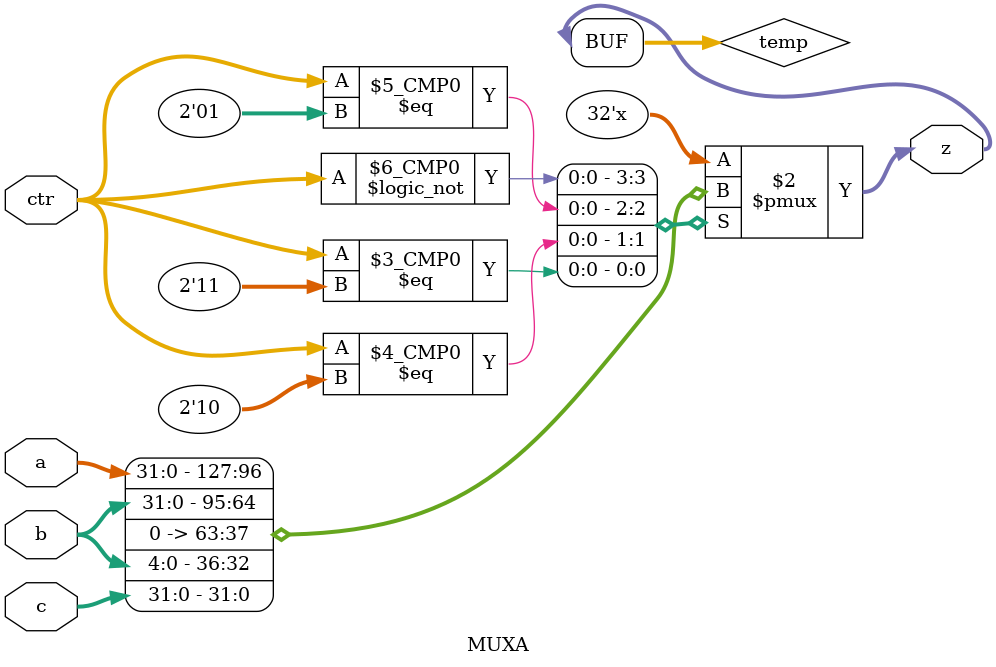
<source format=v>
`timescale 1ns / 1ps


module MUXA(
    input [31:0] a,
    input [31:0] b,
    input [31:0] c,
    input [1:0] ctr,
    
    output [31:0] z
    );
    reg [31:0] temp;
    always@(*)begin
        case(ctr)
            2'b00:temp<=a;
            2'b01:temp<=b;
            2'b10:begin
                temp <= {{27{1'b0}},b[4:0]};
            end
            2'b11:temp<=c;
        endcase
    end
    assign z=temp;
endmodule

</source>
